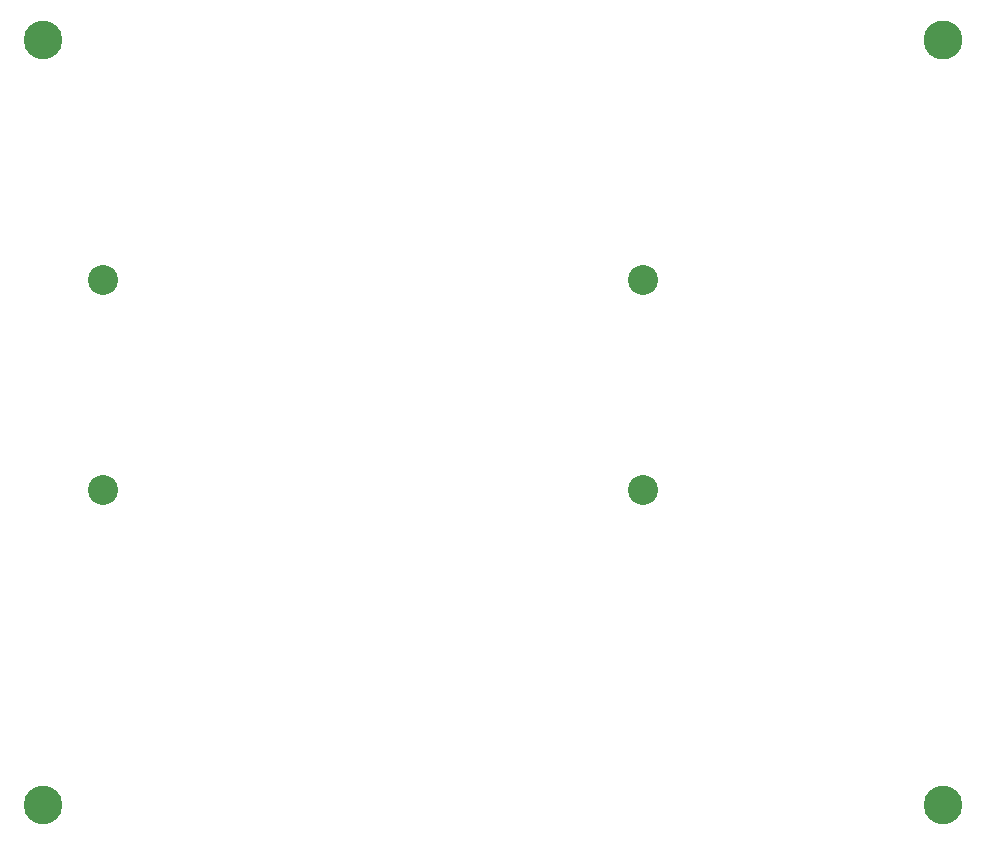
<source format=gbr>
%TF.GenerationSoftware,Novarm,DipTrace,3.3.1.3*%
%TF.CreationDate,2019-12-24T00:16:27-05:00*%
%FSLAX26Y26*%
%MOIN*%
%TF.FileFunction,NonPlated,1,2,NPTH,Drill*%
%TF.Part,Single*%
%TA.AperFunction,MechanicalDrill*%
%ADD43C,0.1285*%
%ADD44C,0.13*%
%ADD45C,0.1*%
G75*
G01*
D43*
X643700Y1093700D3*
X3643700D3*
D44*
Y3643700D3*
D43*
X643700D3*
D45*
X2643700Y2143700D3*
Y2843700D3*
X843700Y2143700D3*
Y2843700D3*
M02*

</source>
